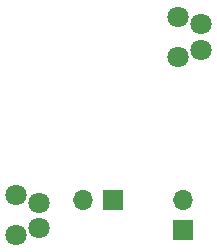
<source format=gbr>
%TF.GenerationSoftware,KiCad,Pcbnew,7.0.6*%
%TF.CreationDate,2024-04-06T17:48:28-04:00*%
%TF.ProjectId,rearbox_peripheral_io_side,72656172-626f-4785-9f70-657269706865,rev?*%
%TF.SameCoordinates,Original*%
%TF.FileFunction,Soldermask,Bot*%
%TF.FilePolarity,Negative*%
%FSLAX46Y46*%
G04 Gerber Fmt 4.6, Leading zero omitted, Abs format (unit mm)*
G04 Created by KiCad (PCBNEW 7.0.6) date 2024-04-06 17:48:28*
%MOMM*%
%LPD*%
G01*
G04 APERTURE LIST*
%ADD10R,1.700000X1.700000*%
%ADD11O,1.700000X1.700000*%
%ADD12C,1.800000*%
G04 APERTURE END LIST*
D10*
%TO.C,J6*%
X98404600Y-80213200D03*
D11*
X95864600Y-80213200D03*
%TD*%
D12*
%TO.C,J3*%
X90195601Y-83231274D03*
X92145600Y-82606180D03*
X90195601Y-79831230D03*
X92145600Y-80456253D03*
%TD*%
D10*
%TO.C,J4*%
X104343200Y-82804000D03*
D11*
X104343200Y-80264000D03*
%TD*%
D12*
%TO.C,J2*%
X103925601Y-68126132D03*
X105875600Y-67501038D03*
X103925601Y-64726088D03*
X105875600Y-65351111D03*
%TD*%
M02*

</source>
